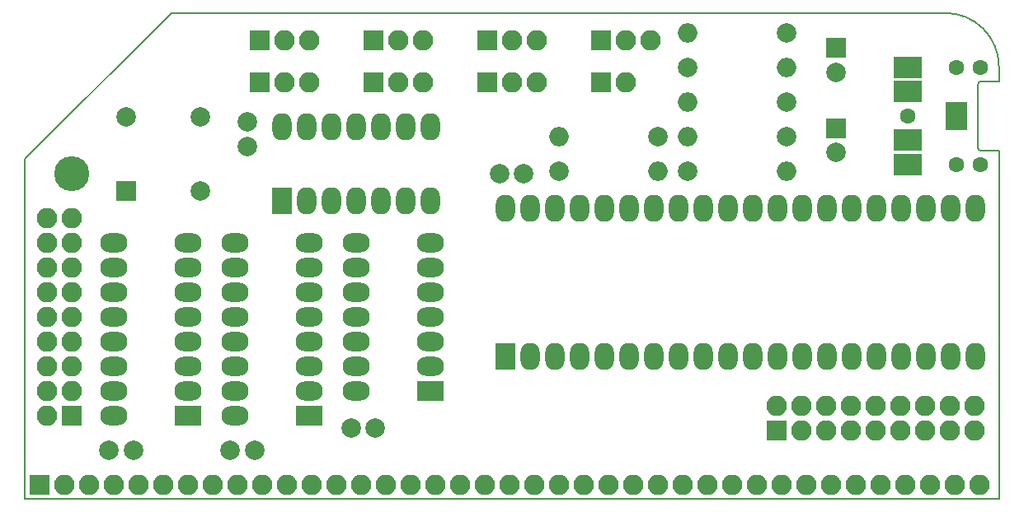
<source format=gbr>
G04 #@! TF.GenerationSoftware,KiCad,Pcbnew,5.1.6*
G04 #@! TF.CreationDate,2020-07-01T19:59:56+01:00*
G04 #@! TF.ProjectId,rc2014-ym2149,72633230-3134-42d7-996d-323134392e6b,5*
G04 #@! TF.SameCoordinates,Original*
G04 #@! TF.FileFunction,Soldermask,Top*
G04 #@! TF.FilePolarity,Negative*
%FSLAX46Y46*%
G04 Gerber Fmt 4.6, Leading zero omitted, Abs format (unit mm)*
G04 Created by KiCad (PCBNEW 5.1.6) date 2020-07-01 19:59:56*
%MOMM*%
%LPD*%
G01*
G04 APERTURE LIST*
G04 #@! TA.AperFunction,Profile*
%ADD10C,0.150000*%
G04 #@! TD*
%ADD11C,3.600000*%
%ADD12C,2.000000*%
%ADD13O,2.000000X2.000000*%
%ADD14R,2.000000X2.800000*%
%ADD15O,2.000000X2.800000*%
%ADD16R,2.000000X2.000000*%
%ADD17R,2.100000X2.100000*%
%ADD18O,2.100000X2.100000*%
%ADD19O,2.800000X2.000000*%
%ADD20R,2.800000X2.000000*%
%ADD21R,2.900000X2.200000*%
%ADD22R,2.200000X2.900000*%
%ADD23C,1.600000*%
G04 APERTURE END LIST*
D10*
X160500000Y-121539000D02*
X160500000Y-120000000D01*
X158369000Y-121793000D02*
X158369000Y-128397000D01*
X158369000Y-121793000D02*
G75*
G02*
X158623000Y-121539000I254000J0D01*
G01*
X158623000Y-128651000D02*
G75*
G02*
X158369000Y-128397000I0J254000D01*
G01*
X160500000Y-121539000D02*
X158623000Y-121539000D01*
X160500000Y-128651000D02*
X158623000Y-128651000D01*
X160500000Y-120000000D02*
G75*
G03*
X155000000Y-114500000I-5500000J0D01*
G01*
X60500000Y-129500000D02*
X75500000Y-114500000D01*
X60500000Y-164500000D02*
X160500000Y-164500000D01*
X60500000Y-129500000D02*
X60500000Y-164500000D01*
X155000000Y-114500000D02*
X75500000Y-114500000D01*
X160500000Y-164500000D02*
X160500000Y-128651000D01*
D11*
X65278000Y-131064000D03*
D12*
X138684000Y-116586000D03*
D13*
X128524000Y-116586000D03*
X138684000Y-120142000D03*
D12*
X128524000Y-120142000D03*
X138684000Y-127254000D03*
D13*
X128524000Y-127254000D03*
D12*
X128524000Y-130810000D03*
D13*
X138684000Y-130810000D03*
D14*
X109855000Y-149860000D03*
D15*
X158115000Y-134620000D03*
X112395000Y-149860000D03*
X155575000Y-134620000D03*
X114935000Y-149860000D03*
X153035000Y-134620000D03*
X117475000Y-149860000D03*
X150495000Y-134620000D03*
X120015000Y-149860000D03*
X147955000Y-134620000D03*
X122555000Y-149860000D03*
X145415000Y-134620000D03*
X125095000Y-149860000D03*
X142875000Y-134620000D03*
X127635000Y-149860000D03*
X140335000Y-134620000D03*
X130175000Y-149860000D03*
X137795000Y-134620000D03*
X132715000Y-149860000D03*
X135255000Y-134620000D03*
X135255000Y-149860000D03*
X132715000Y-134620000D03*
X137795000Y-149860000D03*
X130175000Y-134620000D03*
X140335000Y-149860000D03*
X127635000Y-134620000D03*
X142875000Y-149860000D03*
X125095000Y-134620000D03*
X145415000Y-149860000D03*
X122555000Y-134620000D03*
X147955000Y-149860000D03*
X120015000Y-134620000D03*
X150495000Y-149860000D03*
X117475000Y-134620000D03*
X153035000Y-149860000D03*
X114935000Y-134620000D03*
X155575000Y-149860000D03*
X112395000Y-134620000D03*
X158115000Y-149860000D03*
X109855000Y-134620000D03*
D16*
X70866000Y-132842000D03*
D12*
X70866000Y-125222000D03*
X78486000Y-125222000D03*
X78486000Y-132842000D03*
X93980000Y-157226000D03*
X96480000Y-157226000D03*
X84074000Y-159512000D03*
X81574000Y-159512000D03*
X83312000Y-128230000D03*
X83312000Y-125730000D03*
X71628000Y-159512000D03*
X69128000Y-159512000D03*
X109220000Y-131064000D03*
X111720000Y-131064000D03*
D16*
X143764000Y-118110000D03*
D12*
X143764000Y-120610000D03*
X143764000Y-128865000D03*
D16*
X143764000Y-126365000D03*
D17*
X137668000Y-157480000D03*
D18*
X137668000Y-154940000D03*
X140208000Y-157480000D03*
X140208000Y-154940000D03*
X142748000Y-157480000D03*
X142748000Y-154940000D03*
X145288000Y-157480000D03*
X145288000Y-154940000D03*
X147828000Y-157480000D03*
X147828000Y-154940000D03*
X150368000Y-157480000D03*
X150368000Y-154940000D03*
X152908000Y-157480000D03*
X152908000Y-154940000D03*
X155448000Y-157480000D03*
X155448000Y-154940000D03*
X157988000Y-157480000D03*
X157988000Y-154940000D03*
D17*
X119634000Y-117348000D03*
D18*
X122174000Y-117348000D03*
X124714000Y-117348000D03*
D17*
X107950000Y-121666000D03*
D18*
X110490000Y-121666000D03*
X113030000Y-121666000D03*
X113030000Y-117348000D03*
X110490000Y-117348000D03*
D17*
X107950000Y-117348000D03*
D18*
X101346000Y-117348000D03*
X98806000Y-117348000D03*
D17*
X96266000Y-117348000D03*
D18*
X89662000Y-121666000D03*
X87122000Y-121666000D03*
D17*
X84582000Y-121666000D03*
D12*
X115316000Y-130810000D03*
D13*
X125476000Y-130810000D03*
X115316000Y-127254000D03*
D12*
X125476000Y-127254000D03*
D13*
X128524000Y-123698000D03*
D12*
X138684000Y-123698000D03*
D19*
X69596000Y-155956000D03*
X77216000Y-138176000D03*
X69596000Y-153416000D03*
X77216000Y-140716000D03*
X69596000Y-150876000D03*
X77216000Y-143256000D03*
X69596000Y-148336000D03*
X77216000Y-145796000D03*
X69596000Y-145796000D03*
X77216000Y-148336000D03*
X69596000Y-143256000D03*
X77216000Y-150876000D03*
X69596000Y-140716000D03*
X77216000Y-153416000D03*
X69596000Y-138176000D03*
D20*
X77216000Y-155956000D03*
X89662000Y-155956000D03*
D19*
X82042000Y-138176000D03*
X89662000Y-153416000D03*
X82042000Y-140716000D03*
X89662000Y-150876000D03*
X82042000Y-143256000D03*
X89662000Y-148336000D03*
X82042000Y-145796000D03*
X89662000Y-145796000D03*
X82042000Y-148336000D03*
X89662000Y-143256000D03*
X82042000Y-150876000D03*
X89662000Y-140716000D03*
X82042000Y-153416000D03*
X89662000Y-138176000D03*
X82042000Y-155956000D03*
D20*
X102108000Y-153416000D03*
D19*
X94488000Y-138176000D03*
X102108000Y-150876000D03*
X94488000Y-140716000D03*
X102108000Y-148336000D03*
X94488000Y-143256000D03*
X102108000Y-145796000D03*
X94488000Y-145796000D03*
X102108000Y-143256000D03*
X94488000Y-148336000D03*
X102108000Y-140716000D03*
X94488000Y-150876000D03*
X102108000Y-138176000D03*
X94488000Y-153416000D03*
D15*
X86868000Y-126238000D03*
X102108000Y-133858000D03*
X89408000Y-126238000D03*
X99568000Y-133858000D03*
X91948000Y-126238000D03*
X97028000Y-133858000D03*
X94488000Y-126238000D03*
X94488000Y-133858000D03*
X97028000Y-126238000D03*
X91948000Y-133858000D03*
X99568000Y-126238000D03*
X89408000Y-133858000D03*
X102108000Y-126238000D03*
D14*
X86868000Y-133858000D03*
D21*
X151130000Y-130095000D03*
X151130000Y-120095000D03*
D22*
X156130000Y-125095000D03*
D23*
X151130000Y-125095000D03*
X156130000Y-130095000D03*
X158630000Y-130095000D03*
X156130000Y-120095000D03*
X158630000Y-120095000D03*
D21*
X151130000Y-127595000D03*
X151130000Y-122595000D03*
D17*
X84582000Y-117348000D03*
D18*
X87122000Y-117348000D03*
X89662000Y-117348000D03*
D17*
X62000000Y-163000000D03*
D18*
X64540000Y-163000000D03*
X67080000Y-163000000D03*
X69620000Y-163000000D03*
X72160000Y-163000000D03*
X74700000Y-163000000D03*
X77240000Y-163000000D03*
X79780000Y-163000000D03*
X82320000Y-163000000D03*
X84860000Y-163000000D03*
X87400000Y-163000000D03*
X89940000Y-163000000D03*
X92480000Y-163000000D03*
X95020000Y-163000000D03*
X97560000Y-163000000D03*
X100100000Y-163000000D03*
X102640000Y-163000000D03*
X105180000Y-163000000D03*
X107720000Y-163000000D03*
X110260000Y-163000000D03*
X112800000Y-163000000D03*
X115340000Y-163000000D03*
X117880000Y-163000000D03*
X120420000Y-163000000D03*
X122960000Y-163000000D03*
X125500000Y-163000000D03*
X128040000Y-163000000D03*
X130580000Y-163000000D03*
X133120000Y-163000000D03*
X135660000Y-163000000D03*
X138200000Y-163000000D03*
X140740000Y-163000000D03*
X143280000Y-163000000D03*
X145820000Y-163000000D03*
X148360000Y-163000000D03*
X150900000Y-163000000D03*
X153440000Y-163000000D03*
X155980000Y-163000000D03*
X158520000Y-163000000D03*
D17*
X96266000Y-121666000D03*
D18*
X98806000Y-121666000D03*
X101346000Y-121666000D03*
D17*
X65278000Y-155956000D03*
D18*
X62738000Y-155956000D03*
X65278000Y-153416000D03*
X62738000Y-153416000D03*
X65278000Y-150876000D03*
X62738000Y-150876000D03*
X65278000Y-148336000D03*
X62738000Y-148336000D03*
X65278000Y-145796000D03*
X62738000Y-145796000D03*
X65278000Y-143256000D03*
X62738000Y-143256000D03*
X65278000Y-140716000D03*
X62738000Y-140716000D03*
X65278000Y-138176000D03*
X62738000Y-138176000D03*
X65278000Y-135636000D03*
X62738000Y-135636000D03*
D17*
X119634000Y-121666000D03*
D18*
X122174000Y-121666000D03*
M02*

</source>
